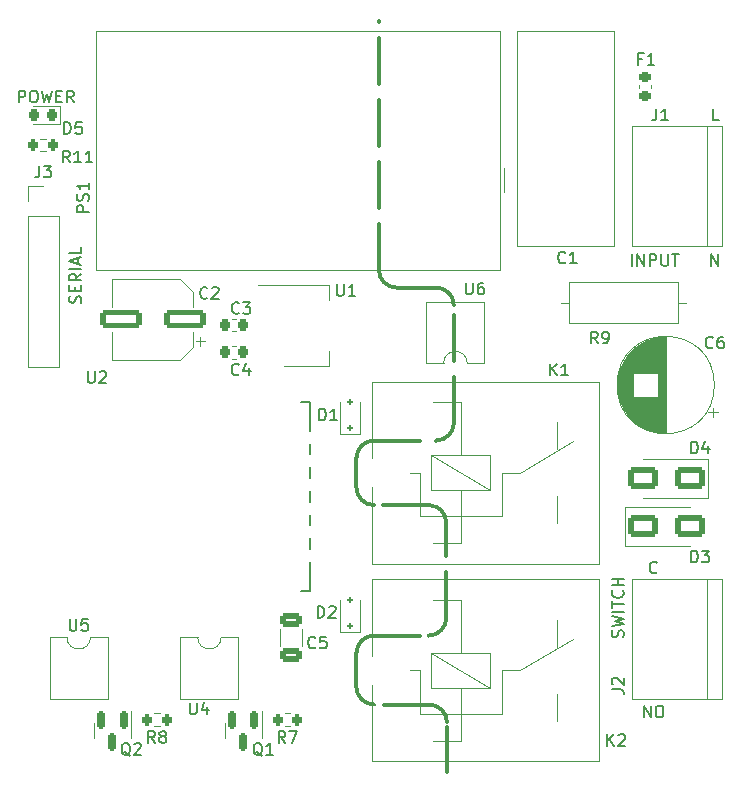
<source format=gto>
G04 #@! TF.GenerationSoftware,KiCad,Pcbnew,7.0.8*
G04 #@! TF.CreationDate,2024-02-21T14:09:27-03:00*
G04 #@! TF.ProjectId,lamp_module,6c616d70-5f6d-46f6-9475-6c652e6b6963,1.0*
G04 #@! TF.SameCoordinates,Original*
G04 #@! TF.FileFunction,Legend,Top*
G04 #@! TF.FilePolarity,Positive*
%FSLAX46Y46*%
G04 Gerber Fmt 4.6, Leading zero omitted, Abs format (unit mm)*
G04 Created by KiCad (PCBNEW 7.0.8) date 2024-02-21 14:09:27*
%MOMM*%
%LPD*%
G01*
G04 APERTURE LIST*
G04 Aperture macros list*
%AMRoundRect*
0 Rectangle with rounded corners*
0 $1 Rounding radius*
0 $2 $3 $4 $5 $6 $7 $8 $9 X,Y pos of 4 corners*
0 Add a 4 corners polygon primitive as box body*
4,1,4,$2,$3,$4,$5,$6,$7,$8,$9,$2,$3,0*
0 Add four circle primitives for the rounded corners*
1,1,$1+$1,$2,$3*
1,1,$1+$1,$4,$5*
1,1,$1+$1,$6,$7*
1,1,$1+$1,$8,$9*
0 Add four rect primitives between the rounded corners*
20,1,$1+$1,$2,$3,$4,$5,0*
20,1,$1+$1,$4,$5,$6,$7,0*
20,1,$1+$1,$6,$7,$8,$9,0*
20,1,$1+$1,$8,$9,$2,$3,0*%
G04 Aperture macros list end*
%ADD10C,0.350000*%
%ADD11C,0.150000*%
%ADD12C,0.120000*%
%ADD13C,0.152400*%
%ADD14R,2.000000X1.780000*%
%ADD15RoundRect,0.200000X-0.200000X-0.275000X0.200000X-0.275000X0.200000X0.275000X-0.200000X0.275000X0*%
%ADD16C,2.500000*%
%ADD17RoundRect,0.250000X1.000000X0.650000X-1.000000X0.650000X-1.000000X-0.650000X1.000000X-0.650000X0*%
%ADD18RoundRect,0.250000X-1.000000X-0.650000X1.000000X-0.650000X1.000000X0.650000X-1.000000X0.650000X0*%
%ADD19R,3.000000X3.000000*%
%ADD20C,3.000000*%
%ADD21C,1.600000*%
%ADD22O,1.600000X1.600000*%
%ADD23RoundRect,0.150000X-0.150000X0.587500X-0.150000X-0.587500X0.150000X-0.587500X0.150000X0.587500X0*%
%ADD24RoundRect,0.250000X-0.650000X0.325000X-0.650000X-0.325000X0.650000X-0.325000X0.650000X0.325000X0*%
%ADD25RoundRect,0.125000X0.125000X-0.125000X0.125000X0.125000X-0.125000X0.125000X-0.125000X-0.125000X0*%
%ADD26RoundRect,0.218750X0.218750X0.256250X-0.218750X0.256250X-0.218750X-0.256250X0.218750X-0.256250X0*%
%ADD27R,2.000000X1.500000*%
%ADD28R,2.000000X3.800000*%
%ADD29R,1.600000X1.600000*%
%ADD30RoundRect,0.250000X1.500000X0.550000X-1.500000X0.550000X-1.500000X-0.550000X1.500000X-0.550000X0*%
%ADD31R,1.100000X2.500000*%
%ADD32R,2.500000X1.100000*%
%ADD33RoundRect,0.225000X0.225000X0.250000X-0.225000X0.250000X-0.225000X-0.250000X0.225000X-0.250000X0*%
%ADD34C,2.400000*%
%ADD35RoundRect,0.218750X0.256250X-0.218750X0.256250X0.218750X-0.256250X0.218750X-0.256250X-0.218750X0*%
%ADD36R,1.700000X1.700000*%
%ADD37O,1.700000X1.700000*%
%ADD38R,2.300000X2.000000*%
%ADD39C,2.300000*%
G04 APERTURE END LIST*
D10*
X149625750Y-104604250D02*
G75*
G03*
X148125750Y-106104250I50J-1500050D01*
G01*
X149625750Y-121114250D02*
X153475750Y-121114250D01*
X154880750Y-104604250D02*
G75*
G03*
X156380750Y-103104250I-50J1500050D01*
G01*
X148125750Y-108565250D02*
G75*
G03*
X149625750Y-110065250I1500050J50D01*
G01*
X156380750Y-93150250D02*
G75*
G03*
X154880750Y-91650250I-1500050J-50D01*
G01*
X154245750Y-110065250D02*
X150395750Y-110065250D01*
X154293457Y-126955793D02*
X150443457Y-126956546D01*
X156380750Y-103104250D02*
X156380750Y-99254250D01*
X156380750Y-97854250D02*
X156380750Y-94004250D01*
X148125750Y-125456706D02*
X148125750Y-122614250D01*
X148125750Y-108565250D02*
X148125750Y-106104250D01*
X150030750Y-90150250D02*
X150030750Y-86300250D01*
X150030750Y-84900250D02*
X150030750Y-81050250D01*
X150030750Y-79650250D02*
X150030750Y-75800250D01*
X150030750Y-74400250D02*
X150030750Y-70550250D01*
X150030750Y-69150250D02*
X150030750Y-69044250D01*
X149625750Y-121114250D02*
G75*
G03*
X148125750Y-122614250I50J-1500050D01*
G01*
X154245750Y-121114250D02*
G75*
G03*
X155745750Y-119614250I-50J1500050D01*
G01*
X148125794Y-125456706D02*
G75*
G03*
X149626044Y-126956706I1500006J6D01*
G01*
X150030750Y-90150250D02*
G75*
G03*
X151530750Y-91650250I1500050J50D01*
G01*
X154880750Y-91650250D02*
X151530750Y-91650250D01*
X155745750Y-119614250D02*
X155745750Y-115764250D01*
X155745750Y-114364250D02*
X155745750Y-111565250D01*
X155793750Y-132671250D02*
X155793750Y-128821250D01*
X149625750Y-104604250D02*
X153475750Y-104604250D01*
X154875750Y-104604250D02*
X154880750Y-104604250D01*
X155745750Y-111565250D02*
G75*
G03*
X154245750Y-110065250I-1500050J-50D01*
G01*
X155793707Y-128455793D02*
G75*
G03*
X154293457Y-126955793I-1500007J-7D01*
G01*
D11*
X178788273Y-77500069D02*
X178312083Y-77500069D01*
X178312083Y-77500069D02*
X178312083Y-76500069D01*
X173581273Y-115758830D02*
X173533654Y-115806450D01*
X173533654Y-115806450D02*
X173390797Y-115854069D01*
X173390797Y-115854069D02*
X173295559Y-115854069D01*
X173295559Y-115854069D02*
X173152702Y-115806450D01*
X173152702Y-115806450D02*
X173057464Y-115711211D01*
X173057464Y-115711211D02*
X173009845Y-115615973D01*
X173009845Y-115615973D02*
X172962226Y-115425497D01*
X172962226Y-115425497D02*
X172962226Y-115282640D01*
X172962226Y-115282640D02*
X173009845Y-115092164D01*
X173009845Y-115092164D02*
X173057464Y-114996926D01*
X173057464Y-114996926D02*
X173152702Y-114901688D01*
X173152702Y-114901688D02*
X173295559Y-114854069D01*
X173295559Y-114854069D02*
X173390797Y-114854069D01*
X173390797Y-114854069D02*
X173533654Y-114901688D01*
X173533654Y-114901688D02*
X173581273Y-114949307D01*
X178193036Y-89819069D02*
X178193036Y-88819069D01*
X178193036Y-88819069D02*
X178764464Y-89819069D01*
X178764464Y-89819069D02*
X178764464Y-88819069D01*
X172462226Y-128046069D02*
X172462226Y-127046069D01*
X172462226Y-127046069D02*
X173033654Y-128046069D01*
X173033654Y-128046069D02*
X173033654Y-127046069D01*
X173700321Y-127046069D02*
X173890797Y-127046069D01*
X173890797Y-127046069D02*
X173986035Y-127093688D01*
X173986035Y-127093688D02*
X174081273Y-127188926D01*
X174081273Y-127188926D02*
X174128892Y-127379402D01*
X174128892Y-127379402D02*
X174128892Y-127712735D01*
X174128892Y-127712735D02*
X174081273Y-127903211D01*
X174081273Y-127903211D02*
X173986035Y-127998450D01*
X173986035Y-127998450D02*
X173890797Y-128046069D01*
X173890797Y-128046069D02*
X173700321Y-128046069D01*
X173700321Y-128046069D02*
X173605083Y-127998450D01*
X173605083Y-127998450D02*
X173509845Y-127903211D01*
X173509845Y-127903211D02*
X173462226Y-127712735D01*
X173462226Y-127712735D02*
X173462226Y-127379402D01*
X173462226Y-127379402D02*
X173509845Y-127188926D01*
X173509845Y-127188926D02*
X173605083Y-127093688D01*
X173605083Y-127093688D02*
X173700321Y-127046069D01*
X134028845Y-126792069D02*
X134028845Y-127601592D01*
X134028845Y-127601592D02*
X134076464Y-127696830D01*
X134076464Y-127696830D02*
X134124083Y-127744450D01*
X134124083Y-127744450D02*
X134219321Y-127792069D01*
X134219321Y-127792069D02*
X134409797Y-127792069D01*
X134409797Y-127792069D02*
X134505035Y-127744450D01*
X134505035Y-127744450D02*
X134552654Y-127696830D01*
X134552654Y-127696830D02*
X134600273Y-127601592D01*
X134600273Y-127601592D02*
X134600273Y-126792069D01*
X135505035Y-127125402D02*
X135505035Y-127792069D01*
X135266940Y-126744450D02*
X135028845Y-127458735D01*
X135028845Y-127458735D02*
X135647892Y-127458735D01*
X142117083Y-130205069D02*
X141783750Y-129728878D01*
X141545655Y-130205069D02*
X141545655Y-129205069D01*
X141545655Y-129205069D02*
X141926607Y-129205069D01*
X141926607Y-129205069D02*
X142021845Y-129252688D01*
X142021845Y-129252688D02*
X142069464Y-129300307D01*
X142069464Y-129300307D02*
X142117083Y-129395545D01*
X142117083Y-129395545D02*
X142117083Y-129538402D01*
X142117083Y-129538402D02*
X142069464Y-129633640D01*
X142069464Y-129633640D02*
X142021845Y-129681259D01*
X142021845Y-129681259D02*
X141926607Y-129728878D01*
X141926607Y-129728878D02*
X141545655Y-129728878D01*
X142450417Y-129205069D02*
X143117083Y-129205069D01*
X143117083Y-129205069D02*
X142688512Y-130205069D01*
X176470655Y-105694069D02*
X176470655Y-104694069D01*
X176470655Y-104694069D02*
X176708750Y-104694069D01*
X176708750Y-104694069D02*
X176851607Y-104741688D01*
X176851607Y-104741688D02*
X176946845Y-104836926D01*
X176946845Y-104836926D02*
X176994464Y-104932164D01*
X176994464Y-104932164D02*
X177042083Y-105122640D01*
X177042083Y-105122640D02*
X177042083Y-105265497D01*
X177042083Y-105265497D02*
X176994464Y-105455973D01*
X176994464Y-105455973D02*
X176946845Y-105551211D01*
X176946845Y-105551211D02*
X176851607Y-105646450D01*
X176851607Y-105646450D02*
X176708750Y-105694069D01*
X176708750Y-105694069D02*
X176470655Y-105694069D01*
X177899226Y-105027402D02*
X177899226Y-105694069D01*
X177661131Y-104646450D02*
X177423036Y-105360735D01*
X177423036Y-105360735D02*
X178042083Y-105360735D01*
X176470655Y-114929069D02*
X176470655Y-113929069D01*
X176470655Y-113929069D02*
X176708750Y-113929069D01*
X176708750Y-113929069D02*
X176851607Y-113976688D01*
X176851607Y-113976688D02*
X176946845Y-114071926D01*
X176946845Y-114071926D02*
X176994464Y-114167164D01*
X176994464Y-114167164D02*
X177042083Y-114357640D01*
X177042083Y-114357640D02*
X177042083Y-114500497D01*
X177042083Y-114500497D02*
X176994464Y-114690973D01*
X176994464Y-114690973D02*
X176946845Y-114786211D01*
X176946845Y-114786211D02*
X176851607Y-114881450D01*
X176851607Y-114881450D02*
X176708750Y-114929069D01*
X176708750Y-114929069D02*
X176470655Y-114929069D01*
X177375417Y-113929069D02*
X177994464Y-113929069D01*
X177994464Y-113929069D02*
X177661131Y-114310021D01*
X177661131Y-114310021D02*
X177803988Y-114310021D01*
X177803988Y-114310021D02*
X177899226Y-114357640D01*
X177899226Y-114357640D02*
X177946845Y-114405259D01*
X177946845Y-114405259D02*
X177994464Y-114500497D01*
X177994464Y-114500497D02*
X177994464Y-114738592D01*
X177994464Y-114738592D02*
X177946845Y-114833830D01*
X177946845Y-114833830D02*
X177899226Y-114881450D01*
X177899226Y-114881450D02*
X177803988Y-114929069D01*
X177803988Y-114929069D02*
X177518274Y-114929069D01*
X177518274Y-114929069D02*
X177423036Y-114881450D01*
X177423036Y-114881450D02*
X177375417Y-114833830D01*
X173529666Y-76500069D02*
X173529666Y-77214354D01*
X173529666Y-77214354D02*
X173482047Y-77357211D01*
X173482047Y-77357211D02*
X173386809Y-77452450D01*
X173386809Y-77452450D02*
X173243952Y-77500069D01*
X173243952Y-77500069D02*
X173148714Y-77500069D01*
X174529666Y-77500069D02*
X173958238Y-77500069D01*
X174243952Y-77500069D02*
X174243952Y-76500069D01*
X174243952Y-76500069D02*
X174148714Y-76642926D01*
X174148714Y-76642926D02*
X174053476Y-76738164D01*
X174053476Y-76738164D02*
X173958238Y-76785783D01*
X171426429Y-89819069D02*
X171426429Y-88819069D01*
X171902619Y-89819069D02*
X171902619Y-88819069D01*
X171902619Y-88819069D02*
X172474047Y-89819069D01*
X172474047Y-89819069D02*
X172474047Y-88819069D01*
X172950238Y-89819069D02*
X172950238Y-88819069D01*
X172950238Y-88819069D02*
X173331190Y-88819069D01*
X173331190Y-88819069D02*
X173426428Y-88866688D01*
X173426428Y-88866688D02*
X173474047Y-88914307D01*
X173474047Y-88914307D02*
X173521666Y-89009545D01*
X173521666Y-89009545D02*
X173521666Y-89152402D01*
X173521666Y-89152402D02*
X173474047Y-89247640D01*
X173474047Y-89247640D02*
X173426428Y-89295259D01*
X173426428Y-89295259D02*
X173331190Y-89342878D01*
X173331190Y-89342878D02*
X172950238Y-89342878D01*
X173950238Y-88819069D02*
X173950238Y-89628592D01*
X173950238Y-89628592D02*
X173997857Y-89723830D01*
X173997857Y-89723830D02*
X174045476Y-89771450D01*
X174045476Y-89771450D02*
X174140714Y-89819069D01*
X174140714Y-89819069D02*
X174331190Y-89819069D01*
X174331190Y-89819069D02*
X174426428Y-89771450D01*
X174426428Y-89771450D02*
X174474047Y-89723830D01*
X174474047Y-89723830D02*
X174521666Y-89628592D01*
X174521666Y-89628592D02*
X174521666Y-88819069D01*
X174855000Y-88819069D02*
X175426428Y-88819069D01*
X175140714Y-89819069D02*
X175140714Y-88819069D01*
X131068083Y-130205069D02*
X130734750Y-129728878D01*
X130496655Y-130205069D02*
X130496655Y-129205069D01*
X130496655Y-129205069D02*
X130877607Y-129205069D01*
X130877607Y-129205069D02*
X130972845Y-129252688D01*
X130972845Y-129252688D02*
X131020464Y-129300307D01*
X131020464Y-129300307D02*
X131068083Y-129395545D01*
X131068083Y-129395545D02*
X131068083Y-129538402D01*
X131068083Y-129538402D02*
X131020464Y-129633640D01*
X131020464Y-129633640D02*
X130972845Y-129681259D01*
X130972845Y-129681259D02*
X130877607Y-129728878D01*
X130877607Y-129728878D02*
X130496655Y-129728878D01*
X131639512Y-129633640D02*
X131544274Y-129586021D01*
X131544274Y-129586021D02*
X131496655Y-129538402D01*
X131496655Y-129538402D02*
X131449036Y-129443164D01*
X131449036Y-129443164D02*
X131449036Y-129395545D01*
X131449036Y-129395545D02*
X131496655Y-129300307D01*
X131496655Y-129300307D02*
X131544274Y-129252688D01*
X131544274Y-129252688D02*
X131639512Y-129205069D01*
X131639512Y-129205069D02*
X131829988Y-129205069D01*
X131829988Y-129205069D02*
X131925226Y-129252688D01*
X131925226Y-129252688D02*
X131972845Y-129300307D01*
X131972845Y-129300307D02*
X132020464Y-129395545D01*
X132020464Y-129395545D02*
X132020464Y-129443164D01*
X132020464Y-129443164D02*
X131972845Y-129538402D01*
X131972845Y-129538402D02*
X131925226Y-129586021D01*
X131925226Y-129586021D02*
X131829988Y-129633640D01*
X131829988Y-129633640D02*
X131639512Y-129633640D01*
X131639512Y-129633640D02*
X131544274Y-129681259D01*
X131544274Y-129681259D02*
X131496655Y-129728878D01*
X131496655Y-129728878D02*
X131449036Y-129824116D01*
X131449036Y-129824116D02*
X131449036Y-130014592D01*
X131449036Y-130014592D02*
X131496655Y-130109830D01*
X131496655Y-130109830D02*
X131544274Y-130157450D01*
X131544274Y-130157450D02*
X131639512Y-130205069D01*
X131639512Y-130205069D02*
X131829988Y-130205069D01*
X131829988Y-130205069D02*
X131925226Y-130157450D01*
X131925226Y-130157450D02*
X131972845Y-130109830D01*
X131972845Y-130109830D02*
X132020464Y-130014592D01*
X132020464Y-130014592D02*
X132020464Y-129824116D01*
X132020464Y-129824116D02*
X131972845Y-129728878D01*
X131972845Y-129728878D02*
X131925226Y-129681259D01*
X131925226Y-129681259D02*
X131829988Y-129633640D01*
X168565083Y-96375069D02*
X168231750Y-95898878D01*
X167993655Y-96375069D02*
X167993655Y-95375069D01*
X167993655Y-95375069D02*
X168374607Y-95375069D01*
X168374607Y-95375069D02*
X168469845Y-95422688D01*
X168469845Y-95422688D02*
X168517464Y-95470307D01*
X168517464Y-95470307D02*
X168565083Y-95565545D01*
X168565083Y-95565545D02*
X168565083Y-95708402D01*
X168565083Y-95708402D02*
X168517464Y-95803640D01*
X168517464Y-95803640D02*
X168469845Y-95851259D01*
X168469845Y-95851259D02*
X168374607Y-95898878D01*
X168374607Y-95898878D02*
X167993655Y-95898878D01*
X169041274Y-96375069D02*
X169231750Y-96375069D01*
X169231750Y-96375069D02*
X169326988Y-96327450D01*
X169326988Y-96327450D02*
X169374607Y-96279830D01*
X169374607Y-96279830D02*
X169469845Y-96136973D01*
X169469845Y-96136973D02*
X169517464Y-95946497D01*
X169517464Y-95946497D02*
X169517464Y-95565545D01*
X169517464Y-95565545D02*
X169469845Y-95470307D01*
X169469845Y-95470307D02*
X169422226Y-95422688D01*
X169422226Y-95422688D02*
X169326988Y-95375069D01*
X169326988Y-95375069D02*
X169136512Y-95375069D01*
X169136512Y-95375069D02*
X169041274Y-95422688D01*
X169041274Y-95422688D02*
X168993655Y-95470307D01*
X168993655Y-95470307D02*
X168946036Y-95565545D01*
X168946036Y-95565545D02*
X168946036Y-95803640D01*
X168946036Y-95803640D02*
X168993655Y-95898878D01*
X168993655Y-95898878D02*
X169041274Y-95946497D01*
X169041274Y-95946497D02*
X169136512Y-95994116D01*
X169136512Y-95994116D02*
X169326988Y-95994116D01*
X169326988Y-95994116D02*
X169422226Y-95946497D01*
X169422226Y-95946497D02*
X169469845Y-95898878D01*
X169469845Y-95898878D02*
X169517464Y-95803640D01*
X128980511Y-131316307D02*
X128885273Y-131268688D01*
X128885273Y-131268688D02*
X128790035Y-131173450D01*
X128790035Y-131173450D02*
X128647178Y-131030592D01*
X128647178Y-131030592D02*
X128551940Y-130982973D01*
X128551940Y-130982973D02*
X128456702Y-130982973D01*
X128504321Y-131221069D02*
X128409083Y-131173450D01*
X128409083Y-131173450D02*
X128313845Y-131078211D01*
X128313845Y-131078211D02*
X128266226Y-130887735D01*
X128266226Y-130887735D02*
X128266226Y-130554402D01*
X128266226Y-130554402D02*
X128313845Y-130363926D01*
X128313845Y-130363926D02*
X128409083Y-130268688D01*
X128409083Y-130268688D02*
X128504321Y-130221069D01*
X128504321Y-130221069D02*
X128694797Y-130221069D01*
X128694797Y-130221069D02*
X128790035Y-130268688D01*
X128790035Y-130268688D02*
X128885273Y-130363926D01*
X128885273Y-130363926D02*
X128932892Y-130554402D01*
X128932892Y-130554402D02*
X128932892Y-130887735D01*
X128932892Y-130887735D02*
X128885273Y-131078211D01*
X128885273Y-131078211D02*
X128790035Y-131173450D01*
X128790035Y-131173450D02*
X128694797Y-131221069D01*
X128694797Y-131221069D02*
X128504321Y-131221069D01*
X129313845Y-130316307D02*
X129361464Y-130268688D01*
X129361464Y-130268688D02*
X129456702Y-130221069D01*
X129456702Y-130221069D02*
X129694797Y-130221069D01*
X129694797Y-130221069D02*
X129790035Y-130268688D01*
X129790035Y-130268688D02*
X129837654Y-130316307D01*
X129837654Y-130316307D02*
X129885273Y-130411545D01*
X129885273Y-130411545D02*
X129885273Y-130506783D01*
X129885273Y-130506783D02*
X129837654Y-130649640D01*
X129837654Y-130649640D02*
X129266226Y-131221069D01*
X129266226Y-131221069D02*
X129885273Y-131221069D01*
X164532655Y-99090069D02*
X164532655Y-98090069D01*
X165104083Y-99090069D02*
X164675512Y-98518640D01*
X165104083Y-98090069D02*
X164532655Y-98661497D01*
X166056464Y-99090069D02*
X165485036Y-99090069D01*
X165770750Y-99090069D02*
X165770750Y-98090069D01*
X165770750Y-98090069D02*
X165675512Y-98232926D01*
X165675512Y-98232926D02*
X165580274Y-98328164D01*
X165580274Y-98328164D02*
X165485036Y-98375783D01*
X144657083Y-122108830D02*
X144609464Y-122156450D01*
X144609464Y-122156450D02*
X144466607Y-122204069D01*
X144466607Y-122204069D02*
X144371369Y-122204069D01*
X144371369Y-122204069D02*
X144228512Y-122156450D01*
X144228512Y-122156450D02*
X144133274Y-122061211D01*
X144133274Y-122061211D02*
X144085655Y-121965973D01*
X144085655Y-121965973D02*
X144038036Y-121775497D01*
X144038036Y-121775497D02*
X144038036Y-121632640D01*
X144038036Y-121632640D02*
X144085655Y-121442164D01*
X144085655Y-121442164D02*
X144133274Y-121346926D01*
X144133274Y-121346926D02*
X144228512Y-121251688D01*
X144228512Y-121251688D02*
X144371369Y-121204069D01*
X144371369Y-121204069D02*
X144466607Y-121204069D01*
X144466607Y-121204069D02*
X144609464Y-121251688D01*
X144609464Y-121251688D02*
X144657083Y-121299307D01*
X145561845Y-121204069D02*
X145085655Y-121204069D01*
X145085655Y-121204069D02*
X145038036Y-121680259D01*
X145038036Y-121680259D02*
X145085655Y-121632640D01*
X145085655Y-121632640D02*
X145180893Y-121585021D01*
X145180893Y-121585021D02*
X145418988Y-121585021D01*
X145418988Y-121585021D02*
X145514226Y-121632640D01*
X145514226Y-121632640D02*
X145561845Y-121680259D01*
X145561845Y-121680259D02*
X145609464Y-121775497D01*
X145609464Y-121775497D02*
X145609464Y-122013592D01*
X145609464Y-122013592D02*
X145561845Y-122108830D01*
X145561845Y-122108830D02*
X145514226Y-122156450D01*
X145514226Y-122156450D02*
X145418988Y-122204069D01*
X145418988Y-122204069D02*
X145180893Y-122204069D01*
X145180893Y-122204069D02*
X145085655Y-122156450D01*
X145085655Y-122156450D02*
X145038036Y-122108830D01*
X144847655Y-119621069D02*
X144847655Y-118621069D01*
X144847655Y-118621069D02*
X145085750Y-118621069D01*
X145085750Y-118621069D02*
X145228607Y-118668688D01*
X145228607Y-118668688D02*
X145323845Y-118763926D01*
X145323845Y-118763926D02*
X145371464Y-118859164D01*
X145371464Y-118859164D02*
X145419083Y-119049640D01*
X145419083Y-119049640D02*
X145419083Y-119192497D01*
X145419083Y-119192497D02*
X145371464Y-119382973D01*
X145371464Y-119382973D02*
X145323845Y-119478211D01*
X145323845Y-119478211D02*
X145228607Y-119573450D01*
X145228607Y-119573450D02*
X145085750Y-119621069D01*
X145085750Y-119621069D02*
X144847655Y-119621069D01*
X145800036Y-118716307D02*
X145847655Y-118668688D01*
X145847655Y-118668688D02*
X145942893Y-118621069D01*
X145942893Y-118621069D02*
X146180988Y-118621069D01*
X146180988Y-118621069D02*
X146276226Y-118668688D01*
X146276226Y-118668688D02*
X146323845Y-118716307D01*
X146323845Y-118716307D02*
X146371464Y-118811545D01*
X146371464Y-118811545D02*
X146371464Y-118906783D01*
X146371464Y-118906783D02*
X146323845Y-119049640D01*
X146323845Y-119049640D02*
X145752417Y-119621069D01*
X145752417Y-119621069D02*
X146371464Y-119621069D01*
X169761819Y-125682333D02*
X170476104Y-125682333D01*
X170476104Y-125682333D02*
X170618961Y-125729952D01*
X170618961Y-125729952D02*
X170714200Y-125825190D01*
X170714200Y-125825190D02*
X170761819Y-125968047D01*
X170761819Y-125968047D02*
X170761819Y-126063285D01*
X169857057Y-125253761D02*
X169809438Y-125206142D01*
X169809438Y-125206142D02*
X169761819Y-125110904D01*
X169761819Y-125110904D02*
X169761819Y-124872809D01*
X169761819Y-124872809D02*
X169809438Y-124777571D01*
X169809438Y-124777571D02*
X169857057Y-124729952D01*
X169857057Y-124729952D02*
X169952295Y-124682333D01*
X169952295Y-124682333D02*
X170047533Y-124682333D01*
X170047533Y-124682333D02*
X170190390Y-124729952D01*
X170190390Y-124729952D02*
X170761819Y-125301380D01*
X170761819Y-125301380D02*
X170761819Y-124682333D01*
X170714200Y-121244999D02*
X170761819Y-121102142D01*
X170761819Y-121102142D02*
X170761819Y-120864047D01*
X170761819Y-120864047D02*
X170714200Y-120768809D01*
X170714200Y-120768809D02*
X170666580Y-120721190D01*
X170666580Y-120721190D02*
X170571342Y-120673571D01*
X170571342Y-120673571D02*
X170476104Y-120673571D01*
X170476104Y-120673571D02*
X170380866Y-120721190D01*
X170380866Y-120721190D02*
X170333247Y-120768809D01*
X170333247Y-120768809D02*
X170285628Y-120864047D01*
X170285628Y-120864047D02*
X170238009Y-121054523D01*
X170238009Y-121054523D02*
X170190390Y-121149761D01*
X170190390Y-121149761D02*
X170142771Y-121197380D01*
X170142771Y-121197380D02*
X170047533Y-121244999D01*
X170047533Y-121244999D02*
X169952295Y-121244999D01*
X169952295Y-121244999D02*
X169857057Y-121197380D01*
X169857057Y-121197380D02*
X169809438Y-121149761D01*
X169809438Y-121149761D02*
X169761819Y-121054523D01*
X169761819Y-121054523D02*
X169761819Y-120816428D01*
X169761819Y-120816428D02*
X169809438Y-120673571D01*
X169761819Y-120340237D02*
X170761819Y-120102142D01*
X170761819Y-120102142D02*
X170047533Y-119911666D01*
X170047533Y-119911666D02*
X170761819Y-119721190D01*
X170761819Y-119721190D02*
X169761819Y-119483095D01*
X170761819Y-119102142D02*
X169761819Y-119102142D01*
X169761819Y-118768809D02*
X169761819Y-118197381D01*
X170761819Y-118483095D02*
X169761819Y-118483095D01*
X170666580Y-117292619D02*
X170714200Y-117340238D01*
X170714200Y-117340238D02*
X170761819Y-117483095D01*
X170761819Y-117483095D02*
X170761819Y-117578333D01*
X170761819Y-117578333D02*
X170714200Y-117721190D01*
X170714200Y-117721190D02*
X170618961Y-117816428D01*
X170618961Y-117816428D02*
X170523723Y-117864047D01*
X170523723Y-117864047D02*
X170333247Y-117911666D01*
X170333247Y-117911666D02*
X170190390Y-117911666D01*
X170190390Y-117911666D02*
X169999914Y-117864047D01*
X169999914Y-117864047D02*
X169904676Y-117816428D01*
X169904676Y-117816428D02*
X169809438Y-117721190D01*
X169809438Y-117721190D02*
X169761819Y-117578333D01*
X169761819Y-117578333D02*
X169761819Y-117483095D01*
X169761819Y-117483095D02*
X169809438Y-117340238D01*
X169809438Y-117340238D02*
X169857057Y-117292619D01*
X170761819Y-116864047D02*
X169761819Y-116864047D01*
X170238009Y-116864047D02*
X170238009Y-116292619D01*
X170761819Y-116292619D02*
X169761819Y-116292619D01*
X140156511Y-131316307D02*
X140061273Y-131268688D01*
X140061273Y-131268688D02*
X139966035Y-131173450D01*
X139966035Y-131173450D02*
X139823178Y-131030592D01*
X139823178Y-131030592D02*
X139727940Y-130982973D01*
X139727940Y-130982973D02*
X139632702Y-130982973D01*
X139680321Y-131221069D02*
X139585083Y-131173450D01*
X139585083Y-131173450D02*
X139489845Y-131078211D01*
X139489845Y-131078211D02*
X139442226Y-130887735D01*
X139442226Y-130887735D02*
X139442226Y-130554402D01*
X139442226Y-130554402D02*
X139489845Y-130363926D01*
X139489845Y-130363926D02*
X139585083Y-130268688D01*
X139585083Y-130268688D02*
X139680321Y-130221069D01*
X139680321Y-130221069D02*
X139870797Y-130221069D01*
X139870797Y-130221069D02*
X139966035Y-130268688D01*
X139966035Y-130268688D02*
X140061273Y-130363926D01*
X140061273Y-130363926D02*
X140108892Y-130554402D01*
X140108892Y-130554402D02*
X140108892Y-130887735D01*
X140108892Y-130887735D02*
X140061273Y-131078211D01*
X140061273Y-131078211D02*
X139966035Y-131173450D01*
X139966035Y-131173450D02*
X139870797Y-131221069D01*
X139870797Y-131221069D02*
X139680321Y-131221069D01*
X141061273Y-131221069D02*
X140489845Y-131221069D01*
X140775559Y-131221069D02*
X140775559Y-130221069D01*
X140775559Y-130221069D02*
X140680321Y-130363926D01*
X140680321Y-130363926D02*
X140585083Y-130459164D01*
X140585083Y-130459164D02*
X140489845Y-130506783D01*
X123384655Y-78643069D02*
X123384655Y-77643069D01*
X123384655Y-77643069D02*
X123622750Y-77643069D01*
X123622750Y-77643069D02*
X123765607Y-77690688D01*
X123765607Y-77690688D02*
X123860845Y-77785926D01*
X123860845Y-77785926D02*
X123908464Y-77881164D01*
X123908464Y-77881164D02*
X123956083Y-78071640D01*
X123956083Y-78071640D02*
X123956083Y-78214497D01*
X123956083Y-78214497D02*
X123908464Y-78404973D01*
X123908464Y-78404973D02*
X123860845Y-78500211D01*
X123860845Y-78500211D02*
X123765607Y-78595450D01*
X123765607Y-78595450D02*
X123622750Y-78643069D01*
X123622750Y-78643069D02*
X123384655Y-78643069D01*
X124860845Y-77643069D02*
X124384655Y-77643069D01*
X124384655Y-77643069D02*
X124337036Y-78119259D01*
X124337036Y-78119259D02*
X124384655Y-78071640D01*
X124384655Y-78071640D02*
X124479893Y-78024021D01*
X124479893Y-78024021D02*
X124717988Y-78024021D01*
X124717988Y-78024021D02*
X124813226Y-78071640D01*
X124813226Y-78071640D02*
X124860845Y-78119259D01*
X124860845Y-78119259D02*
X124908464Y-78214497D01*
X124908464Y-78214497D02*
X124908464Y-78452592D01*
X124908464Y-78452592D02*
X124860845Y-78547830D01*
X124860845Y-78547830D02*
X124813226Y-78595450D01*
X124813226Y-78595450D02*
X124717988Y-78643069D01*
X124717988Y-78643069D02*
X124479893Y-78643069D01*
X124479893Y-78643069D02*
X124384655Y-78595450D01*
X124384655Y-78595450D02*
X124337036Y-78547830D01*
X119527226Y-75976069D02*
X119527226Y-74976069D01*
X119527226Y-74976069D02*
X119908178Y-74976069D01*
X119908178Y-74976069D02*
X120003416Y-75023688D01*
X120003416Y-75023688D02*
X120051035Y-75071307D01*
X120051035Y-75071307D02*
X120098654Y-75166545D01*
X120098654Y-75166545D02*
X120098654Y-75309402D01*
X120098654Y-75309402D02*
X120051035Y-75404640D01*
X120051035Y-75404640D02*
X120003416Y-75452259D01*
X120003416Y-75452259D02*
X119908178Y-75499878D01*
X119908178Y-75499878D02*
X119527226Y-75499878D01*
X120717702Y-74976069D02*
X120908178Y-74976069D01*
X120908178Y-74976069D02*
X121003416Y-75023688D01*
X121003416Y-75023688D02*
X121098654Y-75118926D01*
X121098654Y-75118926D02*
X121146273Y-75309402D01*
X121146273Y-75309402D02*
X121146273Y-75642735D01*
X121146273Y-75642735D02*
X121098654Y-75833211D01*
X121098654Y-75833211D02*
X121003416Y-75928450D01*
X121003416Y-75928450D02*
X120908178Y-75976069D01*
X120908178Y-75976069D02*
X120717702Y-75976069D01*
X120717702Y-75976069D02*
X120622464Y-75928450D01*
X120622464Y-75928450D02*
X120527226Y-75833211D01*
X120527226Y-75833211D02*
X120479607Y-75642735D01*
X120479607Y-75642735D02*
X120479607Y-75309402D01*
X120479607Y-75309402D02*
X120527226Y-75118926D01*
X120527226Y-75118926D02*
X120622464Y-75023688D01*
X120622464Y-75023688D02*
X120717702Y-74976069D01*
X121479607Y-74976069D02*
X121717702Y-75976069D01*
X121717702Y-75976069D02*
X121908178Y-75261783D01*
X121908178Y-75261783D02*
X122098654Y-75976069D01*
X122098654Y-75976069D02*
X122336750Y-74976069D01*
X122717702Y-75452259D02*
X123051035Y-75452259D01*
X123193892Y-75976069D02*
X122717702Y-75976069D01*
X122717702Y-75976069D02*
X122717702Y-74976069D01*
X122717702Y-74976069D02*
X123193892Y-74976069D01*
X124193892Y-75976069D02*
X123860559Y-75499878D01*
X123622464Y-75976069D02*
X123622464Y-74976069D01*
X123622464Y-74976069D02*
X124003416Y-74976069D01*
X124003416Y-74976069D02*
X124098654Y-75023688D01*
X124098654Y-75023688D02*
X124146273Y-75071307D01*
X124146273Y-75071307D02*
X124193892Y-75166545D01*
X124193892Y-75166545D02*
X124193892Y-75309402D01*
X124193892Y-75309402D02*
X124146273Y-75404640D01*
X124146273Y-75404640D02*
X124098654Y-75452259D01*
X124098654Y-75452259D02*
X124003416Y-75499878D01*
X124003416Y-75499878D02*
X123622464Y-75499878D01*
X123860892Y-81056069D02*
X123527559Y-80579878D01*
X123289464Y-81056069D02*
X123289464Y-80056069D01*
X123289464Y-80056069D02*
X123670416Y-80056069D01*
X123670416Y-80056069D02*
X123765654Y-80103688D01*
X123765654Y-80103688D02*
X123813273Y-80151307D01*
X123813273Y-80151307D02*
X123860892Y-80246545D01*
X123860892Y-80246545D02*
X123860892Y-80389402D01*
X123860892Y-80389402D02*
X123813273Y-80484640D01*
X123813273Y-80484640D02*
X123765654Y-80532259D01*
X123765654Y-80532259D02*
X123670416Y-80579878D01*
X123670416Y-80579878D02*
X123289464Y-80579878D01*
X124813273Y-81056069D02*
X124241845Y-81056069D01*
X124527559Y-81056069D02*
X124527559Y-80056069D01*
X124527559Y-80056069D02*
X124432321Y-80198926D01*
X124432321Y-80198926D02*
X124337083Y-80294164D01*
X124337083Y-80294164D02*
X124241845Y-80341783D01*
X125765654Y-81056069D02*
X125194226Y-81056069D01*
X125479940Y-81056069D02*
X125479940Y-80056069D01*
X125479940Y-80056069D02*
X125384702Y-80198926D01*
X125384702Y-80198926D02*
X125289464Y-80294164D01*
X125289464Y-80294164D02*
X125194226Y-80341783D01*
X146474845Y-91359069D02*
X146474845Y-92168592D01*
X146474845Y-92168592D02*
X146522464Y-92263830D01*
X146522464Y-92263830D02*
X146570083Y-92311450D01*
X146570083Y-92311450D02*
X146665321Y-92359069D01*
X146665321Y-92359069D02*
X146855797Y-92359069D01*
X146855797Y-92359069D02*
X146951035Y-92311450D01*
X146951035Y-92311450D02*
X146998654Y-92263830D01*
X146998654Y-92263830D02*
X147046273Y-92168592D01*
X147046273Y-92168592D02*
X147046273Y-91359069D01*
X148046273Y-92359069D02*
X147474845Y-92359069D01*
X147760559Y-92359069D02*
X147760559Y-91359069D01*
X147760559Y-91359069D02*
X147665321Y-91501926D01*
X147665321Y-91501926D02*
X147570083Y-91597164D01*
X147570083Y-91597164D02*
X147474845Y-91644783D01*
X178312083Y-96708830D02*
X178264464Y-96756450D01*
X178264464Y-96756450D02*
X178121607Y-96804069D01*
X178121607Y-96804069D02*
X178026369Y-96804069D01*
X178026369Y-96804069D02*
X177883512Y-96756450D01*
X177883512Y-96756450D02*
X177788274Y-96661211D01*
X177788274Y-96661211D02*
X177740655Y-96565973D01*
X177740655Y-96565973D02*
X177693036Y-96375497D01*
X177693036Y-96375497D02*
X177693036Y-96232640D01*
X177693036Y-96232640D02*
X177740655Y-96042164D01*
X177740655Y-96042164D02*
X177788274Y-95946926D01*
X177788274Y-95946926D02*
X177883512Y-95851688D01*
X177883512Y-95851688D02*
X178026369Y-95804069D01*
X178026369Y-95804069D02*
X178121607Y-95804069D01*
X178121607Y-95804069D02*
X178264464Y-95851688D01*
X178264464Y-95851688D02*
X178312083Y-95899307D01*
X179169226Y-95804069D02*
X178978750Y-95804069D01*
X178978750Y-95804069D02*
X178883512Y-95851688D01*
X178883512Y-95851688D02*
X178835893Y-95899307D01*
X178835893Y-95899307D02*
X178740655Y-96042164D01*
X178740655Y-96042164D02*
X178693036Y-96232640D01*
X178693036Y-96232640D02*
X178693036Y-96613592D01*
X178693036Y-96613592D02*
X178740655Y-96708830D01*
X178740655Y-96708830D02*
X178788274Y-96756450D01*
X178788274Y-96756450D02*
X178883512Y-96804069D01*
X178883512Y-96804069D02*
X179073988Y-96804069D01*
X179073988Y-96804069D02*
X179169226Y-96756450D01*
X179169226Y-96756450D02*
X179216845Y-96708830D01*
X179216845Y-96708830D02*
X179264464Y-96613592D01*
X179264464Y-96613592D02*
X179264464Y-96375497D01*
X179264464Y-96375497D02*
X179216845Y-96280259D01*
X179216845Y-96280259D02*
X179169226Y-96232640D01*
X179169226Y-96232640D02*
X179073988Y-96185021D01*
X179073988Y-96185021D02*
X178883512Y-96185021D01*
X178883512Y-96185021D02*
X178788274Y-96232640D01*
X178788274Y-96232640D02*
X178740655Y-96280259D01*
X178740655Y-96280259D02*
X178693036Y-96375497D01*
X135513083Y-92517830D02*
X135465464Y-92565450D01*
X135465464Y-92565450D02*
X135322607Y-92613069D01*
X135322607Y-92613069D02*
X135227369Y-92613069D01*
X135227369Y-92613069D02*
X135084512Y-92565450D01*
X135084512Y-92565450D02*
X134989274Y-92470211D01*
X134989274Y-92470211D02*
X134941655Y-92374973D01*
X134941655Y-92374973D02*
X134894036Y-92184497D01*
X134894036Y-92184497D02*
X134894036Y-92041640D01*
X134894036Y-92041640D02*
X134941655Y-91851164D01*
X134941655Y-91851164D02*
X134989274Y-91755926D01*
X134989274Y-91755926D02*
X135084512Y-91660688D01*
X135084512Y-91660688D02*
X135227369Y-91613069D01*
X135227369Y-91613069D02*
X135322607Y-91613069D01*
X135322607Y-91613069D02*
X135465464Y-91660688D01*
X135465464Y-91660688D02*
X135513083Y-91708307D01*
X135894036Y-91708307D02*
X135941655Y-91660688D01*
X135941655Y-91660688D02*
X136036893Y-91613069D01*
X136036893Y-91613069D02*
X136274988Y-91613069D01*
X136274988Y-91613069D02*
X136370226Y-91660688D01*
X136370226Y-91660688D02*
X136417845Y-91708307D01*
X136417845Y-91708307D02*
X136465464Y-91803545D01*
X136465464Y-91803545D02*
X136465464Y-91898783D01*
X136465464Y-91898783D02*
X136417845Y-92041640D01*
X136417845Y-92041640D02*
X135846417Y-92613069D01*
X135846417Y-92613069D02*
X136465464Y-92613069D01*
X125392845Y-98725069D02*
X125392845Y-99534592D01*
X125392845Y-99534592D02*
X125440464Y-99629830D01*
X125440464Y-99629830D02*
X125488083Y-99677450D01*
X125488083Y-99677450D02*
X125583321Y-99725069D01*
X125583321Y-99725069D02*
X125773797Y-99725069D01*
X125773797Y-99725069D02*
X125869035Y-99677450D01*
X125869035Y-99677450D02*
X125916654Y-99629830D01*
X125916654Y-99629830D02*
X125964273Y-99534592D01*
X125964273Y-99534592D02*
X125964273Y-98725069D01*
X126392845Y-98820307D02*
X126440464Y-98772688D01*
X126440464Y-98772688D02*
X126535702Y-98725069D01*
X126535702Y-98725069D02*
X126773797Y-98725069D01*
X126773797Y-98725069D02*
X126869035Y-98772688D01*
X126869035Y-98772688D02*
X126916654Y-98820307D01*
X126916654Y-98820307D02*
X126964273Y-98915545D01*
X126964273Y-98915545D02*
X126964273Y-99010783D01*
X126964273Y-99010783D02*
X126916654Y-99153640D01*
X126916654Y-99153640D02*
X126345226Y-99725069D01*
X126345226Y-99725069D02*
X126964273Y-99725069D01*
X169358655Y-130459069D02*
X169358655Y-129459069D01*
X169930083Y-130459069D02*
X169501512Y-129887640D01*
X169930083Y-129459069D02*
X169358655Y-130030497D01*
X170311036Y-129554307D02*
X170358655Y-129506688D01*
X170358655Y-129506688D02*
X170453893Y-129459069D01*
X170453893Y-129459069D02*
X170691988Y-129459069D01*
X170691988Y-129459069D02*
X170787226Y-129506688D01*
X170787226Y-129506688D02*
X170834845Y-129554307D01*
X170834845Y-129554307D02*
X170882464Y-129649545D01*
X170882464Y-129649545D02*
X170882464Y-129744783D01*
X170882464Y-129744783D02*
X170834845Y-129887640D01*
X170834845Y-129887640D02*
X170263417Y-130459069D01*
X170263417Y-130459069D02*
X170882464Y-130459069D01*
X144974655Y-102900069D02*
X144974655Y-101900069D01*
X144974655Y-101900069D02*
X145212750Y-101900069D01*
X145212750Y-101900069D02*
X145355607Y-101947688D01*
X145355607Y-101947688D02*
X145450845Y-102042926D01*
X145450845Y-102042926D02*
X145498464Y-102138164D01*
X145498464Y-102138164D02*
X145546083Y-102328640D01*
X145546083Y-102328640D02*
X145546083Y-102471497D01*
X145546083Y-102471497D02*
X145498464Y-102661973D01*
X145498464Y-102661973D02*
X145450845Y-102757211D01*
X145450845Y-102757211D02*
X145355607Y-102852450D01*
X145355607Y-102852450D02*
X145212750Y-102900069D01*
X145212750Y-102900069D02*
X144974655Y-102900069D01*
X146498464Y-102900069D02*
X145927036Y-102900069D01*
X146212750Y-102900069D02*
X146212750Y-101900069D01*
X146212750Y-101900069D02*
X146117512Y-102042926D01*
X146117512Y-102042926D02*
X146022274Y-102138164D01*
X146022274Y-102138164D02*
X145927036Y-102185783D01*
X138180083Y-98994830D02*
X138132464Y-99042450D01*
X138132464Y-99042450D02*
X137989607Y-99090069D01*
X137989607Y-99090069D02*
X137894369Y-99090069D01*
X137894369Y-99090069D02*
X137751512Y-99042450D01*
X137751512Y-99042450D02*
X137656274Y-98947211D01*
X137656274Y-98947211D02*
X137608655Y-98851973D01*
X137608655Y-98851973D02*
X137561036Y-98661497D01*
X137561036Y-98661497D02*
X137561036Y-98518640D01*
X137561036Y-98518640D02*
X137608655Y-98328164D01*
X137608655Y-98328164D02*
X137656274Y-98232926D01*
X137656274Y-98232926D02*
X137751512Y-98137688D01*
X137751512Y-98137688D02*
X137894369Y-98090069D01*
X137894369Y-98090069D02*
X137989607Y-98090069D01*
X137989607Y-98090069D02*
X138132464Y-98137688D01*
X138132464Y-98137688D02*
X138180083Y-98185307D01*
X139037226Y-98423402D02*
X139037226Y-99090069D01*
X138799131Y-98042450D02*
X138561036Y-98756735D01*
X138561036Y-98756735D02*
X139180083Y-98756735D01*
X165819333Y-89517830D02*
X165771714Y-89565450D01*
X165771714Y-89565450D02*
X165628857Y-89613069D01*
X165628857Y-89613069D02*
X165533619Y-89613069D01*
X165533619Y-89613069D02*
X165390762Y-89565450D01*
X165390762Y-89565450D02*
X165295524Y-89470211D01*
X165295524Y-89470211D02*
X165247905Y-89374973D01*
X165247905Y-89374973D02*
X165200286Y-89184497D01*
X165200286Y-89184497D02*
X165200286Y-89041640D01*
X165200286Y-89041640D02*
X165247905Y-88851164D01*
X165247905Y-88851164D02*
X165295524Y-88755926D01*
X165295524Y-88755926D02*
X165390762Y-88660688D01*
X165390762Y-88660688D02*
X165533619Y-88613069D01*
X165533619Y-88613069D02*
X165628857Y-88613069D01*
X165628857Y-88613069D02*
X165771714Y-88660688D01*
X165771714Y-88660688D02*
X165819333Y-88708307D01*
X166771714Y-89613069D02*
X166200286Y-89613069D01*
X166486000Y-89613069D02*
X166486000Y-88613069D01*
X166486000Y-88613069D02*
X166390762Y-88755926D01*
X166390762Y-88755926D02*
X166295524Y-88851164D01*
X166295524Y-88851164D02*
X166200286Y-88898783D01*
X157396845Y-91232069D02*
X157396845Y-92041592D01*
X157396845Y-92041592D02*
X157444464Y-92136830D01*
X157444464Y-92136830D02*
X157492083Y-92184450D01*
X157492083Y-92184450D02*
X157587321Y-92232069D01*
X157587321Y-92232069D02*
X157777797Y-92232069D01*
X157777797Y-92232069D02*
X157873035Y-92184450D01*
X157873035Y-92184450D02*
X157920654Y-92136830D01*
X157920654Y-92136830D02*
X157968273Y-92041592D01*
X157968273Y-92041592D02*
X157968273Y-91232069D01*
X158873035Y-91232069D02*
X158682559Y-91232069D01*
X158682559Y-91232069D02*
X158587321Y-91279688D01*
X158587321Y-91279688D02*
X158539702Y-91327307D01*
X158539702Y-91327307D02*
X158444464Y-91470164D01*
X158444464Y-91470164D02*
X158396845Y-91660640D01*
X158396845Y-91660640D02*
X158396845Y-92041592D01*
X158396845Y-92041592D02*
X158444464Y-92136830D01*
X158444464Y-92136830D02*
X158492083Y-92184450D01*
X158492083Y-92184450D02*
X158587321Y-92232069D01*
X158587321Y-92232069D02*
X158777797Y-92232069D01*
X158777797Y-92232069D02*
X158873035Y-92184450D01*
X158873035Y-92184450D02*
X158920654Y-92136830D01*
X158920654Y-92136830D02*
X158968273Y-92041592D01*
X158968273Y-92041592D02*
X158968273Y-91803497D01*
X158968273Y-91803497D02*
X158920654Y-91708259D01*
X158920654Y-91708259D02*
X158873035Y-91660640D01*
X158873035Y-91660640D02*
X158777797Y-91613021D01*
X158777797Y-91613021D02*
X158587321Y-91613021D01*
X158587321Y-91613021D02*
X158492083Y-91660640D01*
X158492083Y-91660640D02*
X158444464Y-91708259D01*
X158444464Y-91708259D02*
X158396845Y-91803497D01*
X123853845Y-119705069D02*
X123853845Y-120514592D01*
X123853845Y-120514592D02*
X123901464Y-120609830D01*
X123901464Y-120609830D02*
X123949083Y-120657450D01*
X123949083Y-120657450D02*
X124044321Y-120705069D01*
X124044321Y-120705069D02*
X124234797Y-120705069D01*
X124234797Y-120705069D02*
X124330035Y-120657450D01*
X124330035Y-120657450D02*
X124377654Y-120609830D01*
X124377654Y-120609830D02*
X124425273Y-120514592D01*
X124425273Y-120514592D02*
X124425273Y-119705069D01*
X125377654Y-119705069D02*
X124901464Y-119705069D01*
X124901464Y-119705069D02*
X124853845Y-120181259D01*
X124853845Y-120181259D02*
X124901464Y-120133640D01*
X124901464Y-120133640D02*
X124996702Y-120086021D01*
X124996702Y-120086021D02*
X125234797Y-120086021D01*
X125234797Y-120086021D02*
X125330035Y-120133640D01*
X125330035Y-120133640D02*
X125377654Y-120181259D01*
X125377654Y-120181259D02*
X125425273Y-120276497D01*
X125425273Y-120276497D02*
X125425273Y-120514592D01*
X125425273Y-120514592D02*
X125377654Y-120609830D01*
X125377654Y-120609830D02*
X125330035Y-120657450D01*
X125330035Y-120657450D02*
X125234797Y-120705069D01*
X125234797Y-120705069D02*
X124996702Y-120705069D01*
X124996702Y-120705069D02*
X124901464Y-120657450D01*
X124901464Y-120657450D02*
X124853845Y-120609830D01*
X172303416Y-72277259D02*
X171970083Y-72277259D01*
X171970083Y-72801069D02*
X171970083Y-71801069D01*
X171970083Y-71801069D02*
X172446273Y-71801069D01*
X173351035Y-72801069D02*
X172779607Y-72801069D01*
X173065321Y-72801069D02*
X173065321Y-71801069D01*
X173065321Y-71801069D02*
X172970083Y-71943926D01*
X172970083Y-71943926D02*
X172874845Y-72039164D01*
X172874845Y-72039164D02*
X172779607Y-72086783D01*
X121282416Y-81326069D02*
X121282416Y-82040354D01*
X121282416Y-82040354D02*
X121234797Y-82183211D01*
X121234797Y-82183211D02*
X121139559Y-82278450D01*
X121139559Y-82278450D02*
X120996702Y-82326069D01*
X120996702Y-82326069D02*
X120901464Y-82326069D01*
X121663369Y-81326069D02*
X122282416Y-81326069D01*
X122282416Y-81326069D02*
X121949083Y-81707021D01*
X121949083Y-81707021D02*
X122091940Y-81707021D01*
X122091940Y-81707021D02*
X122187178Y-81754640D01*
X122187178Y-81754640D02*
X122234797Y-81802259D01*
X122234797Y-81802259D02*
X122282416Y-81897497D01*
X122282416Y-81897497D02*
X122282416Y-82135592D01*
X122282416Y-82135592D02*
X122234797Y-82230830D01*
X122234797Y-82230830D02*
X122187178Y-82278450D01*
X122187178Y-82278450D02*
X122091940Y-82326069D01*
X122091940Y-82326069D02*
X121806226Y-82326069D01*
X121806226Y-82326069D02*
X121710988Y-82278450D01*
X121710988Y-82278450D02*
X121663369Y-82230830D01*
X124783950Y-92943773D02*
X124831569Y-92800916D01*
X124831569Y-92800916D02*
X124831569Y-92562821D01*
X124831569Y-92562821D02*
X124783950Y-92467583D01*
X124783950Y-92467583D02*
X124736330Y-92419964D01*
X124736330Y-92419964D02*
X124641092Y-92372345D01*
X124641092Y-92372345D02*
X124545854Y-92372345D01*
X124545854Y-92372345D02*
X124450616Y-92419964D01*
X124450616Y-92419964D02*
X124402997Y-92467583D01*
X124402997Y-92467583D02*
X124355378Y-92562821D01*
X124355378Y-92562821D02*
X124307759Y-92753297D01*
X124307759Y-92753297D02*
X124260140Y-92848535D01*
X124260140Y-92848535D02*
X124212521Y-92896154D01*
X124212521Y-92896154D02*
X124117283Y-92943773D01*
X124117283Y-92943773D02*
X124022045Y-92943773D01*
X124022045Y-92943773D02*
X123926807Y-92896154D01*
X123926807Y-92896154D02*
X123879188Y-92848535D01*
X123879188Y-92848535D02*
X123831569Y-92753297D01*
X123831569Y-92753297D02*
X123831569Y-92515202D01*
X123831569Y-92515202D02*
X123879188Y-92372345D01*
X124307759Y-91943773D02*
X124307759Y-91610440D01*
X124831569Y-91467583D02*
X124831569Y-91943773D01*
X124831569Y-91943773D02*
X123831569Y-91943773D01*
X123831569Y-91943773D02*
X123831569Y-91467583D01*
X124831569Y-90467583D02*
X124355378Y-90800916D01*
X124831569Y-91039011D02*
X123831569Y-91039011D01*
X123831569Y-91039011D02*
X123831569Y-90658059D01*
X123831569Y-90658059D02*
X123879188Y-90562821D01*
X123879188Y-90562821D02*
X123926807Y-90515202D01*
X123926807Y-90515202D02*
X124022045Y-90467583D01*
X124022045Y-90467583D02*
X124164902Y-90467583D01*
X124164902Y-90467583D02*
X124260140Y-90515202D01*
X124260140Y-90515202D02*
X124307759Y-90562821D01*
X124307759Y-90562821D02*
X124355378Y-90658059D01*
X124355378Y-90658059D02*
X124355378Y-91039011D01*
X124831569Y-90039011D02*
X123831569Y-90039011D01*
X124545854Y-89610440D02*
X124545854Y-89134250D01*
X124831569Y-89705678D02*
X123831569Y-89372345D01*
X123831569Y-89372345D02*
X124831569Y-89039012D01*
X124831569Y-88229488D02*
X124831569Y-88705678D01*
X124831569Y-88705678D02*
X123831569Y-88705678D01*
X138180083Y-93787830D02*
X138132464Y-93835450D01*
X138132464Y-93835450D02*
X137989607Y-93883069D01*
X137989607Y-93883069D02*
X137894369Y-93883069D01*
X137894369Y-93883069D02*
X137751512Y-93835450D01*
X137751512Y-93835450D02*
X137656274Y-93740211D01*
X137656274Y-93740211D02*
X137608655Y-93644973D01*
X137608655Y-93644973D02*
X137561036Y-93454497D01*
X137561036Y-93454497D02*
X137561036Y-93311640D01*
X137561036Y-93311640D02*
X137608655Y-93121164D01*
X137608655Y-93121164D02*
X137656274Y-93025926D01*
X137656274Y-93025926D02*
X137751512Y-92930688D01*
X137751512Y-92930688D02*
X137894369Y-92883069D01*
X137894369Y-92883069D02*
X137989607Y-92883069D01*
X137989607Y-92883069D02*
X138132464Y-92930688D01*
X138132464Y-92930688D02*
X138180083Y-92978307D01*
X138513417Y-92883069D02*
X139132464Y-92883069D01*
X139132464Y-92883069D02*
X138799131Y-93264021D01*
X138799131Y-93264021D02*
X138941988Y-93264021D01*
X138941988Y-93264021D02*
X139037226Y-93311640D01*
X139037226Y-93311640D02*
X139084845Y-93359259D01*
X139084845Y-93359259D02*
X139132464Y-93454497D01*
X139132464Y-93454497D02*
X139132464Y-93692592D01*
X139132464Y-93692592D02*
X139084845Y-93787830D01*
X139084845Y-93787830D02*
X139037226Y-93835450D01*
X139037226Y-93835450D02*
X138941988Y-93883069D01*
X138941988Y-93883069D02*
X138656274Y-93883069D01*
X138656274Y-93883069D02*
X138561036Y-93835450D01*
X138561036Y-93835450D02*
X138513417Y-93787830D01*
X125466569Y-85244535D02*
X124466569Y-85244535D01*
X124466569Y-85244535D02*
X124466569Y-84863583D01*
X124466569Y-84863583D02*
X124514188Y-84768345D01*
X124514188Y-84768345D02*
X124561807Y-84720726D01*
X124561807Y-84720726D02*
X124657045Y-84673107D01*
X124657045Y-84673107D02*
X124799902Y-84673107D01*
X124799902Y-84673107D02*
X124895140Y-84720726D01*
X124895140Y-84720726D02*
X124942759Y-84768345D01*
X124942759Y-84768345D02*
X124990378Y-84863583D01*
X124990378Y-84863583D02*
X124990378Y-85244535D01*
X125418950Y-84292154D02*
X125466569Y-84149297D01*
X125466569Y-84149297D02*
X125466569Y-83911202D01*
X125466569Y-83911202D02*
X125418950Y-83815964D01*
X125418950Y-83815964D02*
X125371330Y-83768345D01*
X125371330Y-83768345D02*
X125276092Y-83720726D01*
X125276092Y-83720726D02*
X125180854Y-83720726D01*
X125180854Y-83720726D02*
X125085616Y-83768345D01*
X125085616Y-83768345D02*
X125037997Y-83815964D01*
X125037997Y-83815964D02*
X124990378Y-83911202D01*
X124990378Y-83911202D02*
X124942759Y-84101678D01*
X124942759Y-84101678D02*
X124895140Y-84196916D01*
X124895140Y-84196916D02*
X124847521Y-84244535D01*
X124847521Y-84244535D02*
X124752283Y-84292154D01*
X124752283Y-84292154D02*
X124657045Y-84292154D01*
X124657045Y-84292154D02*
X124561807Y-84244535D01*
X124561807Y-84244535D02*
X124514188Y-84196916D01*
X124514188Y-84196916D02*
X124466569Y-84101678D01*
X124466569Y-84101678D02*
X124466569Y-83863583D01*
X124466569Y-83863583D02*
X124514188Y-83720726D01*
X125466569Y-82768345D02*
X125466569Y-83339773D01*
X125466569Y-83054059D02*
X124466569Y-83054059D01*
X124466569Y-83054059D02*
X124609426Y-83149297D01*
X124609426Y-83149297D02*
X124704664Y-83244535D01*
X124704664Y-83244535D02*
X124752283Y-83339773D01*
D12*
X133229750Y-121250250D02*
X133229750Y-126450250D01*
X133229750Y-126450250D02*
X138129750Y-126450250D01*
X134679750Y-121250250D02*
X133229750Y-121250250D01*
X138129750Y-121250250D02*
X136679750Y-121250250D01*
X138129750Y-126450250D02*
X138129750Y-121250250D01*
X134679750Y-121250250D02*
G75*
G03*
X136679750Y-121250250I1000000J0D01*
G01*
X142046492Y-127703750D02*
X142521008Y-127703750D01*
X142046492Y-128748750D02*
X142521008Y-128748750D01*
X177900599Y-109436250D02*
X177900599Y-106136250D01*
X177900599Y-109436250D02*
X172390599Y-109436250D01*
X177900599Y-106136250D02*
X172390599Y-106136250D01*
X170880599Y-110200250D02*
X170880599Y-113500250D01*
X170880599Y-110200250D02*
X176390599Y-110200250D01*
X170880599Y-113500250D02*
X176390599Y-113500250D01*
X171450000Y-88122250D02*
X179070000Y-88122250D01*
X179070000Y-88122250D02*
X179070000Y-77962250D01*
X171450000Y-77962250D02*
X171450000Y-88122250D01*
X177800000Y-77962250D02*
X177800000Y-88122250D01*
X179070000Y-77962250D02*
X171450000Y-77962250D01*
X130997492Y-127703750D02*
X131472008Y-127703750D01*
X130997492Y-128748750D02*
X131472008Y-128748750D01*
X165421750Y-92920250D02*
X166111750Y-92920250D01*
X166111750Y-91200250D02*
X166111750Y-94640250D01*
X166111750Y-94640250D02*
X175351750Y-94640250D01*
X175351750Y-91200250D02*
X166111750Y-91200250D01*
X175351750Y-94640250D02*
X175351750Y-91200250D01*
X176041750Y-92920250D02*
X175351750Y-92920250D01*
X129035750Y-129163750D02*
X129035750Y-127488750D01*
X129035750Y-129163750D02*
X129035750Y-129813750D01*
X125915750Y-129163750D02*
X125915750Y-128513750D01*
X125915750Y-129163750D02*
X125915750Y-129813750D01*
X149443750Y-99616250D02*
X149443750Y-106116250D01*
X149443750Y-99616250D02*
X168643750Y-99616250D01*
X149443750Y-108516250D02*
X149443750Y-115016250D01*
X153543750Y-107316250D02*
X152643750Y-107316250D01*
X153543750Y-107316250D02*
X153543750Y-111016250D01*
X154443750Y-105816250D02*
X159443750Y-105816250D01*
X154443750Y-108816250D02*
X154443750Y-105816250D01*
X154643750Y-113316250D02*
X156943750Y-113316250D01*
X156943750Y-101316250D02*
X154643750Y-101316250D01*
X156943750Y-101316250D02*
X156943750Y-105816250D01*
X156943750Y-108816250D02*
X156943750Y-113316250D01*
X159443750Y-105816250D02*
X159443750Y-108816250D01*
X159443750Y-108816250D02*
X154443750Y-105816250D01*
X159443750Y-108816250D02*
X154443750Y-108816250D01*
X160443750Y-107316250D02*
X160443750Y-111016250D01*
X160443750Y-107316250D02*
X161943750Y-107316250D01*
X160443750Y-111016250D02*
X153543750Y-111016250D01*
X161943750Y-107316250D02*
X166443750Y-104616250D01*
X165143750Y-103016250D02*
X165143750Y-105316250D01*
X165143750Y-111616250D02*
X165143750Y-109316250D01*
X168643750Y-99616250D02*
X168643750Y-115016250D01*
X168643750Y-115016250D02*
X149443750Y-115016250D01*
X143509750Y-120588998D02*
X143509750Y-122011502D01*
X141689750Y-120588998D02*
X141689750Y-122011502D01*
X146767750Y-120776250D02*
X148467750Y-120776250D01*
X146767750Y-120776250D02*
X146767750Y-118116250D01*
X148467750Y-120776250D02*
X148467750Y-118116250D01*
X171450000Y-126492000D02*
X179070000Y-126492000D01*
X179070000Y-126492000D02*
X179070000Y-116332000D01*
X171450000Y-116332000D02*
X171450000Y-126492000D01*
X177800000Y-116332000D02*
X177800000Y-126492000D01*
X179070000Y-116332000D02*
X171450000Y-116332000D01*
X140099750Y-129163750D02*
X140099750Y-127488750D01*
X140099750Y-129163750D02*
X140099750Y-129813750D01*
X136979750Y-129163750D02*
X136979750Y-128513750D01*
X136979750Y-129163750D02*
X136979750Y-129813750D01*
X123067750Y-77780250D02*
X123067750Y-76310250D01*
X123067750Y-76310250D02*
X120782750Y-76310250D01*
X120782750Y-77780250D02*
X123067750Y-77780250D01*
X121365492Y-79062750D02*
X121840008Y-79062750D01*
X121365492Y-80107750D02*
X121840008Y-80107750D01*
X139785750Y-91440250D02*
X145795750Y-91440250D01*
X142035750Y-98260250D02*
X145795750Y-98260250D01*
X145795750Y-91440250D02*
X145795750Y-92700250D01*
X145795750Y-98260250D02*
X145795750Y-97000250D01*
X178725448Y-102220250D02*
X177925448Y-102220250D01*
X178325448Y-102620250D02*
X178325448Y-101820250D01*
X174315750Y-103985250D02*
X174315750Y-95825250D01*
X174275750Y-103985250D02*
X174275750Y-95825250D01*
X174235750Y-103985250D02*
X174235750Y-95825250D01*
X174195750Y-103984250D02*
X174195750Y-95826250D01*
X174155750Y-103982250D02*
X174155750Y-95828250D01*
X174115750Y-103981250D02*
X174115750Y-95829250D01*
X174075750Y-103979250D02*
X174075750Y-95831250D01*
X174035750Y-103976250D02*
X174035750Y-95834250D01*
X173995750Y-103973250D02*
X173995750Y-95837250D01*
X173955750Y-103970250D02*
X173955750Y-95840250D01*
X173915750Y-103966250D02*
X173915750Y-95844250D01*
X173875750Y-103962250D02*
X173875750Y-95848250D01*
X173835750Y-103957250D02*
X173835750Y-95853250D01*
X173795750Y-103953250D02*
X173795750Y-95857250D01*
X173755750Y-103947250D02*
X173755750Y-95863250D01*
X173715750Y-103942250D02*
X173715750Y-95868250D01*
X173675750Y-103935250D02*
X173675750Y-95875250D01*
X173635750Y-103929250D02*
X173635750Y-95881250D01*
X173594750Y-103922250D02*
X173594750Y-100945250D01*
X173594750Y-98865250D02*
X173594750Y-95888250D01*
X173554750Y-103915250D02*
X173554750Y-100945250D01*
X173554750Y-98865250D02*
X173554750Y-95895250D01*
X173514750Y-103907250D02*
X173514750Y-100945250D01*
X173514750Y-98865250D02*
X173514750Y-95903250D01*
X173474750Y-103899250D02*
X173474750Y-100945250D01*
X173474750Y-98865250D02*
X173474750Y-95911250D01*
X173434750Y-103890250D02*
X173434750Y-100945250D01*
X173434750Y-98865250D02*
X173434750Y-95920250D01*
X173394750Y-103881250D02*
X173394750Y-100945250D01*
X173394750Y-98865250D02*
X173394750Y-95929250D01*
X173354750Y-103872250D02*
X173354750Y-100945250D01*
X173354750Y-98865250D02*
X173354750Y-95938250D01*
X173314750Y-103862250D02*
X173314750Y-100945250D01*
X173314750Y-98865250D02*
X173314750Y-95948250D01*
X173274750Y-103852250D02*
X173274750Y-100945250D01*
X173274750Y-98865250D02*
X173274750Y-95958250D01*
X173234750Y-103841250D02*
X173234750Y-100945250D01*
X173234750Y-98865250D02*
X173234750Y-95969250D01*
X173194750Y-103830250D02*
X173194750Y-100945250D01*
X173194750Y-98865250D02*
X173194750Y-95980250D01*
X173154750Y-103819250D02*
X173154750Y-100945250D01*
X173154750Y-98865250D02*
X173154750Y-95991250D01*
X173114750Y-103807250D02*
X173114750Y-100945250D01*
X173114750Y-98865250D02*
X173114750Y-96003250D01*
X173074750Y-103794250D02*
X173074750Y-100945250D01*
X173074750Y-98865250D02*
X173074750Y-96016250D01*
X173034750Y-103782250D02*
X173034750Y-100945250D01*
X173034750Y-98865250D02*
X173034750Y-96028250D01*
X172994750Y-103768250D02*
X172994750Y-100945250D01*
X172994750Y-98865250D02*
X172994750Y-96042250D01*
X172954750Y-103755250D02*
X172954750Y-100945250D01*
X172954750Y-98865250D02*
X172954750Y-96055250D01*
X172914750Y-103740250D02*
X172914750Y-100945250D01*
X172914750Y-98865250D02*
X172914750Y-96070250D01*
X172874750Y-103726250D02*
X172874750Y-100945250D01*
X172874750Y-98865250D02*
X172874750Y-96084250D01*
X172834750Y-103710250D02*
X172834750Y-100945250D01*
X172834750Y-98865250D02*
X172834750Y-96100250D01*
X172794750Y-103695250D02*
X172794750Y-100945250D01*
X172794750Y-98865250D02*
X172794750Y-96115250D01*
X172754750Y-103679250D02*
X172754750Y-100945250D01*
X172754750Y-98865250D02*
X172754750Y-96131250D01*
X172714750Y-103662250D02*
X172714750Y-100945250D01*
X172714750Y-98865250D02*
X172714750Y-96148250D01*
X172674750Y-103645250D02*
X172674750Y-100945250D01*
X172674750Y-98865250D02*
X172674750Y-96165250D01*
X172634750Y-103627250D02*
X172634750Y-100945250D01*
X172634750Y-98865250D02*
X172634750Y-96183250D01*
X172594750Y-103609250D02*
X172594750Y-100945250D01*
X172594750Y-98865250D02*
X172594750Y-96201250D01*
X172554750Y-103591250D02*
X172554750Y-100945250D01*
X172554750Y-98865250D02*
X172554750Y-96219250D01*
X172514750Y-103571250D02*
X172514750Y-100945250D01*
X172514750Y-98865250D02*
X172514750Y-96239250D01*
X172474750Y-103552250D02*
X172474750Y-100945250D01*
X172474750Y-98865250D02*
X172474750Y-96258250D01*
X172434750Y-103532250D02*
X172434750Y-100945250D01*
X172434750Y-98865250D02*
X172434750Y-96278250D01*
X172394750Y-103511250D02*
X172394750Y-100945250D01*
X172394750Y-98865250D02*
X172394750Y-96299250D01*
X172354750Y-103489250D02*
X172354750Y-100945250D01*
X172354750Y-98865250D02*
X172354750Y-96321250D01*
X172314750Y-103467250D02*
X172314750Y-100945250D01*
X172314750Y-98865250D02*
X172314750Y-96343250D01*
X172274750Y-103445250D02*
X172274750Y-100945250D01*
X172274750Y-98865250D02*
X172274750Y-96365250D01*
X172234750Y-103422250D02*
X172234750Y-100945250D01*
X172234750Y-98865250D02*
X172234750Y-96388250D01*
X172194750Y-103398250D02*
X172194750Y-100945250D01*
X172194750Y-98865250D02*
X172194750Y-96412250D01*
X172154750Y-103374250D02*
X172154750Y-100945250D01*
X172154750Y-98865250D02*
X172154750Y-96436250D01*
X172114750Y-103349250D02*
X172114750Y-100945250D01*
X172114750Y-98865250D02*
X172114750Y-96461250D01*
X172074750Y-103323250D02*
X172074750Y-100945250D01*
X172074750Y-98865250D02*
X172074750Y-96487250D01*
X172034750Y-103297250D02*
X172034750Y-100945250D01*
X172034750Y-98865250D02*
X172034750Y-96513250D01*
X171994750Y-103270250D02*
X171994750Y-100945250D01*
X171994750Y-98865250D02*
X171994750Y-96540250D01*
X171954750Y-103243250D02*
X171954750Y-100945250D01*
X171954750Y-98865250D02*
X171954750Y-96567250D01*
X171914750Y-103214250D02*
X171914750Y-100945250D01*
X171914750Y-98865250D02*
X171914750Y-96596250D01*
X171874750Y-103185250D02*
X171874750Y-100945250D01*
X171874750Y-98865250D02*
X171874750Y-96625250D01*
X171834750Y-103155250D02*
X171834750Y-100945250D01*
X171834750Y-98865250D02*
X171834750Y-96655250D01*
X171794750Y-103125250D02*
X171794750Y-100945250D01*
X171794750Y-98865250D02*
X171794750Y-96685250D01*
X171754750Y-103094250D02*
X171754750Y-100945250D01*
X171754750Y-98865250D02*
X171754750Y-96716250D01*
X171714750Y-103061250D02*
X171714750Y-100945250D01*
X171714750Y-98865250D02*
X171714750Y-96749250D01*
X171674750Y-103029250D02*
X171674750Y-100945250D01*
X171674750Y-98865250D02*
X171674750Y-96781250D01*
X171634750Y-102995250D02*
X171634750Y-100945250D01*
X171634750Y-98865250D02*
X171634750Y-96815250D01*
X171594750Y-102960250D02*
X171594750Y-100945250D01*
X171594750Y-98865250D02*
X171594750Y-96850250D01*
X171554750Y-102924250D02*
X171554750Y-100945250D01*
X171554750Y-98865250D02*
X171554750Y-96886250D01*
X171514750Y-102888250D02*
X171514750Y-96922250D01*
X171474750Y-102850250D02*
X171474750Y-96960250D01*
X171434750Y-102812250D02*
X171434750Y-96998250D01*
X171394750Y-102772250D02*
X171394750Y-97038250D01*
X171354750Y-102731250D02*
X171354750Y-97079250D01*
X171314750Y-102689250D02*
X171314750Y-97121250D01*
X171274750Y-102646250D02*
X171274750Y-97164250D01*
X171234750Y-102602250D02*
X171234750Y-97208250D01*
X171194750Y-102556250D02*
X171194750Y-97254250D01*
X171154750Y-102509250D02*
X171154750Y-97301250D01*
X171114750Y-102461250D02*
X171114750Y-97349250D01*
X171074750Y-102410250D02*
X171074750Y-97400250D01*
X171034750Y-102359250D02*
X171034750Y-97451250D01*
X170994750Y-102305250D02*
X170994750Y-97505250D01*
X170954750Y-102250250D02*
X170954750Y-97560250D01*
X170914750Y-102192250D02*
X170914750Y-97618250D01*
X170874750Y-102133250D02*
X170874750Y-97677250D01*
X170834750Y-102071250D02*
X170834750Y-97739250D01*
X170794750Y-102007250D02*
X170794750Y-97803250D01*
X170754750Y-101939250D02*
X170754750Y-97871250D01*
X170714750Y-101869250D02*
X170714750Y-97941250D01*
X170674750Y-101795250D02*
X170674750Y-98015250D01*
X170634750Y-101718250D02*
X170634750Y-98092250D01*
X170594750Y-101636250D02*
X170594750Y-98174250D01*
X170554750Y-101550250D02*
X170554750Y-98260250D01*
X170514750Y-101457250D02*
X170514750Y-98353250D01*
X170474750Y-101358250D02*
X170474750Y-98452250D01*
X170434750Y-101251250D02*
X170434750Y-98559250D01*
X170394750Y-101134250D02*
X170394750Y-98676250D01*
X170354750Y-101003250D02*
X170354750Y-98807250D01*
X170314750Y-100853250D02*
X170314750Y-98957250D01*
X170274750Y-100673250D02*
X170274750Y-99137250D01*
X170234750Y-100438250D02*
X170234750Y-99372250D01*
X178435750Y-99905250D02*
G75*
G03*
X178435750Y-99905250I-4120000J0D01*
G01*
X135323250Y-96197750D02*
X134535750Y-96197750D01*
X134929500Y-96591500D02*
X134929500Y-95804000D01*
X134295750Y-96695813D02*
X134295750Y-95410250D01*
X134295750Y-96695813D02*
X133231313Y-97760250D01*
X134295750Y-92004687D02*
X134295750Y-93290250D01*
X134295750Y-92004687D02*
X133231313Y-90940250D01*
X133231313Y-97760250D02*
X127475750Y-97760250D01*
X133231313Y-90940250D02*
X127475750Y-90940250D01*
X127475750Y-97760250D02*
X127475750Y-95410250D01*
X127475750Y-90940250D02*
X127475750Y-93290250D01*
D13*
X143458750Y-117366250D02*
X144220750Y-117366250D01*
X144220750Y-117366250D02*
X144220750Y-101364250D01*
X144220750Y-101364250D02*
X143458750Y-101364250D01*
D12*
X149443750Y-116366250D02*
X149443750Y-122866250D01*
X149443750Y-116366250D02*
X168643750Y-116366250D01*
X149443750Y-125266250D02*
X149443750Y-131766250D01*
X153543750Y-124066250D02*
X152643750Y-124066250D01*
X153543750Y-124066250D02*
X153543750Y-127766250D01*
X154443750Y-122566250D02*
X159443750Y-122566250D01*
X154443750Y-125566250D02*
X154443750Y-122566250D01*
X154643750Y-130066250D02*
X156943750Y-130066250D01*
X156943750Y-118066250D02*
X154643750Y-118066250D01*
X156943750Y-118066250D02*
X156943750Y-122566250D01*
X156943750Y-125566250D02*
X156943750Y-130066250D01*
X159443750Y-122566250D02*
X159443750Y-125566250D01*
X159443750Y-125566250D02*
X154443750Y-122566250D01*
X159443750Y-125566250D02*
X154443750Y-125566250D01*
X160443750Y-124066250D02*
X160443750Y-127766250D01*
X160443750Y-124066250D02*
X161943750Y-124066250D01*
X160443750Y-127766250D02*
X153543750Y-127766250D01*
X161943750Y-124066250D02*
X166443750Y-121366250D01*
X165143750Y-119766250D02*
X165143750Y-122066250D01*
X165143750Y-128366250D02*
X165143750Y-126066250D01*
X168643750Y-116366250D02*
X168643750Y-131766250D01*
X168643750Y-131766250D02*
X149443750Y-131766250D01*
X146767750Y-104026250D02*
X148467750Y-104026250D01*
X146767750Y-104026250D02*
X146767750Y-101366250D01*
X148467750Y-104026250D02*
X148467750Y-101366250D01*
X137908830Y-95360250D02*
X137627670Y-95360250D01*
X137908830Y-94340250D02*
X137627670Y-94340250D01*
X161742000Y-88162250D02*
X169982000Y-88162250D01*
X161742000Y-88162250D02*
X161742000Y-69922250D01*
X169982000Y-88162250D02*
X169982000Y-69922250D01*
X161742000Y-69922250D02*
X169982000Y-69922250D01*
X158957750Y-98060250D02*
X158957750Y-92860250D01*
X158957750Y-92860250D02*
X154057750Y-92860250D01*
X157507750Y-98060250D02*
X158957750Y-98060250D01*
X154057750Y-98060250D02*
X155507750Y-98060250D01*
X154057750Y-92860250D02*
X154057750Y-98060250D01*
X157507750Y-98060250D02*
G75*
G03*
X155507750Y-98060250I-1000000J0D01*
G01*
X122165750Y-121250250D02*
X122165750Y-126450250D01*
X122165750Y-126450250D02*
X127065750Y-126450250D01*
X123615750Y-121250250D02*
X122165750Y-121250250D01*
X127065750Y-121250250D02*
X125615750Y-121250250D01*
X127065750Y-126450250D02*
X127065750Y-121250250D01*
X123615750Y-121250250D02*
G75*
G03*
X125615750Y-121250250I1000000J0D01*
G01*
X172031750Y-74795029D02*
X172031750Y-74469471D01*
X173051750Y-74795029D02*
X173051750Y-74469471D01*
X120285750Y-83020250D02*
X121615750Y-83020250D01*
X120285750Y-84350250D02*
X120285750Y-83020250D01*
X120285750Y-85620250D02*
X120285750Y-98380250D01*
X120285750Y-85620250D02*
X122945750Y-85620250D01*
X120285750Y-98380250D02*
X122945750Y-98380250D01*
X122945750Y-85620250D02*
X122945750Y-98380250D01*
X137908830Y-97660250D02*
X137627670Y-97660250D01*
X137908830Y-96640250D02*
X137627670Y-96640250D01*
X160652250Y-83542250D02*
X160652250Y-81532250D01*
X160262250Y-90142250D02*
X160262250Y-69942250D01*
X160262250Y-69942250D02*
X126062250Y-69942250D01*
X126062250Y-90142250D02*
X160262250Y-90142250D01*
X126062250Y-69942250D02*
X126062250Y-90142250D01*
%LPC*%
D14*
X131869750Y-122580250D03*
X131869750Y-125120250D03*
X139489750Y-125120250D03*
X139489750Y-122580250D03*
D15*
X141458750Y-128226250D03*
X143108750Y-128226250D03*
D16*
X177115750Y-71850250D03*
D17*
X176390599Y-107786250D03*
X172390599Y-107786250D03*
D18*
X172390599Y-111850250D03*
X176390599Y-111850250D03*
D19*
X175260000Y-85582250D03*
D20*
X175260000Y-80502250D03*
D16*
X122115750Y-129850250D03*
D15*
X130409750Y-128226250D03*
X132059750Y-128226250D03*
D21*
X164381750Y-92920250D03*
D22*
X177081750Y-92920250D03*
D23*
X128425750Y-128226250D03*
X126525750Y-128226250D03*
X127475750Y-130101250D03*
D20*
X150943750Y-107316250D03*
X165143750Y-101316250D03*
X165143750Y-113316250D03*
X152943750Y-113316250D03*
X152943750Y-101316250D03*
D24*
X142599750Y-119825250D03*
X142599750Y-122775250D03*
D25*
X147617750Y-120266250D03*
X147617750Y-118066250D03*
D19*
X175260000Y-123952000D03*
D20*
X175260000Y-118872000D03*
D23*
X139489750Y-128226250D03*
X137589750Y-128226250D03*
X138539750Y-130101250D03*
D26*
X122370250Y-77045250D03*
X120795250Y-77045250D03*
D15*
X120777750Y-79585250D03*
X122427750Y-79585250D03*
D27*
X140735750Y-92550250D03*
X140735750Y-94850250D03*
D28*
X147035750Y-94850250D03*
D27*
X140735750Y-97150250D03*
D29*
X176065750Y-99905250D03*
D21*
X172565750Y-99905250D03*
D30*
X133585750Y-94350250D03*
X128185750Y-94350250D03*
D31*
X128599750Y-117050250D03*
X130599750Y-117050250D03*
X132599750Y-117050250D03*
X134599750Y-117050250D03*
X136599750Y-117050250D03*
X138599750Y-117050250D03*
X140599750Y-117050250D03*
X142599750Y-117050250D03*
X142599750Y-101650250D03*
X140599750Y-101650250D03*
X138599750Y-101650250D03*
X136599750Y-101650250D03*
X134599750Y-101650250D03*
X132599750Y-101650250D03*
X130599750Y-101650250D03*
X128599750Y-101650250D03*
D32*
X144299750Y-114360250D03*
X144299750Y-112360250D03*
X144299750Y-110360250D03*
X144299750Y-108360250D03*
X144299750Y-106360250D03*
X144299750Y-104360250D03*
D20*
X150943750Y-124066250D03*
X165143750Y-118066250D03*
X165143750Y-130066250D03*
X152943750Y-130066250D03*
X152943750Y-118066250D03*
D25*
X147617750Y-103516250D03*
X147617750Y-101316250D03*
D16*
X122115750Y-71850250D03*
X177115750Y-129850250D03*
D33*
X138543250Y-94850250D03*
X136993250Y-94850250D03*
D34*
X165862000Y-86542250D03*
X165862000Y-71542250D03*
D14*
X160317750Y-96730250D03*
X160317750Y-94190250D03*
X152697750Y-94190250D03*
X152697750Y-96730250D03*
X120805750Y-122580250D03*
X120805750Y-125120250D03*
X128425750Y-125120250D03*
X128425750Y-122580250D03*
D35*
X172541750Y-75419750D03*
X172541750Y-73844750D03*
D36*
X121615750Y-84350250D03*
D37*
X121615750Y-86890250D03*
X121615750Y-89430250D03*
X121615750Y-91970250D03*
X121615750Y-94510250D03*
X121615750Y-97050250D03*
D33*
X138543250Y-97150250D03*
X136993250Y-97150250D03*
D38*
X157862250Y-82542250D03*
D39*
X157862250Y-77542250D03*
X128462250Y-87742250D03*
X128462250Y-72342250D03*
%LPD*%
M02*

</source>
